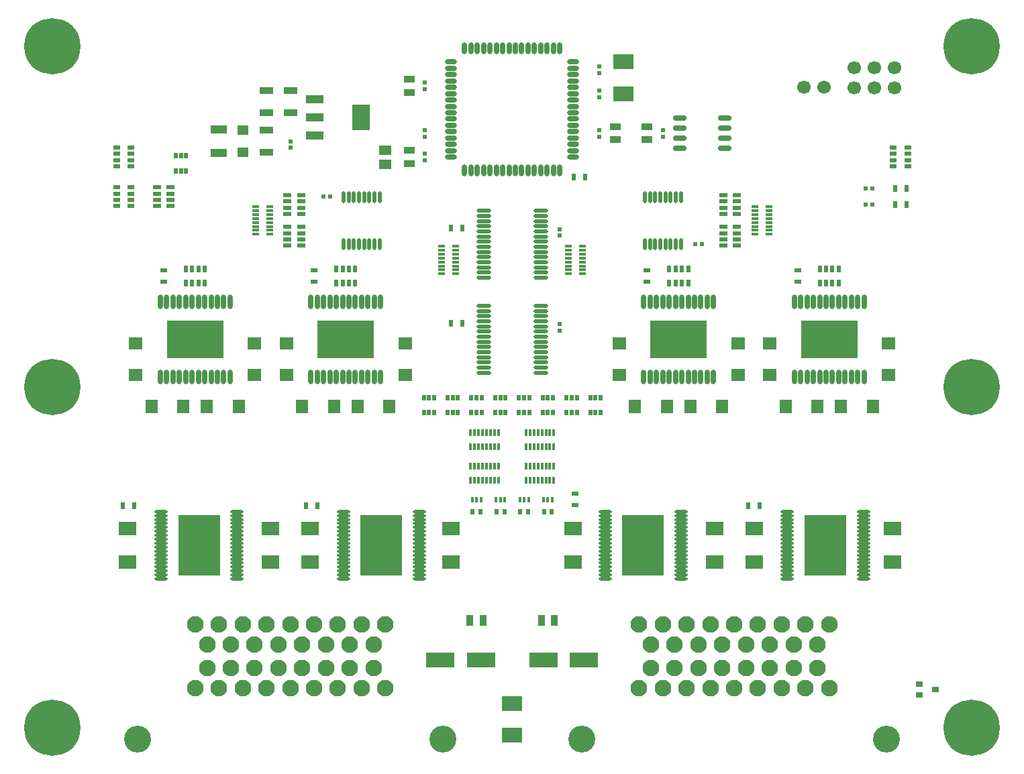
<source format=gts>
G04 Layer_Color=8388736*
%FSLAX25Y25*%
%MOIN*%
G70*
G01*
G75*
%ADD64C,0.06693*%
%ADD66C,0.02756*%
%ADD75R,0.02047X0.02756*%
%ADD76R,0.01575X0.03543*%
%ADD77R,0.04331X0.02165*%
%ADD78R,0.02165X0.03543*%
%ADD79R,0.03543X0.01968*%
%ADD80O,0.02165X0.05905*%
%ADD81R,0.03543X0.01575*%
%ADD82R,0.01968X0.03543*%
%ADD83R,0.02441X0.02441*%
%ADD84R,0.05512X0.03543*%
%ADD85R,0.13976X0.07480*%
%ADD86R,0.07087X0.03740*%
%ADD87R,0.08976X0.06772*%
%ADD88R,0.06850X0.05905*%
%ADD89R,0.05905X0.06850*%
%ADD90R,0.05709X0.05118*%
%ADD91R,0.08858X0.04331*%
%ADD92R,0.08858X0.12992*%
%ADD93O,0.05905X0.02559*%
%ADD94O,0.02559X0.05905*%
%ADD95O,0.02756X0.07283*%
%ADD96R,0.28346X0.18898*%
%ADD97O,0.06496X0.01693*%
%ADD98R,0.20866X0.29921*%
%ADD99O,0.06890X0.02953*%
%ADD100R,0.09842X0.07480*%
%ADD101O,0.07283X0.02165*%
%ADD102R,0.03543X0.05512*%
%ADD103R,0.09842X0.07283*%
%ADD104R,0.07874X0.04331*%
%ADD105R,0.03543X0.02165*%
%ADD106R,0.02441X0.02441*%
%ADD107R,0.01575X0.02953*%
%ADD108R,0.01870X0.02953*%
%ADD109R,0.03543X0.02756*%
%ADD110R,0.06181X0.04842*%
%ADD111C,0.13386*%
%ADD112C,0.08268*%
%ADD113C,0.27953*%
D64*
X410906Y345669D02*
D03*
X400906D02*
D03*
X445827Y355512D02*
D03*
X425827D02*
D03*
X435827D02*
D03*
Y345512D02*
D03*
X425827D02*
D03*
X445827D02*
D03*
D66*
X327953Y129921D02*
D03*
X323228D02*
D03*
X318504D02*
D03*
X313779D02*
D03*
X318504Y115748D02*
D03*
X323228D02*
D03*
X327953D02*
D03*
X313779D02*
D03*
Y120472D02*
D03*
X327953D02*
D03*
X323228D02*
D03*
X318504D02*
D03*
Y111024D02*
D03*
X323228D02*
D03*
X327953D02*
D03*
X313779D02*
D03*
Y106299D02*
D03*
X327953D02*
D03*
X323228D02*
D03*
X318504D02*
D03*
X313779Y125197D02*
D03*
X323228D02*
D03*
X318504D02*
D03*
X327953D02*
D03*
X107480Y125197D02*
D03*
X98032D02*
D03*
X102756D02*
D03*
X93307D02*
D03*
X107480Y129921D02*
D03*
X98032Y106299D02*
D03*
X102756D02*
D03*
X107480D02*
D03*
X93307D02*
D03*
Y111024D02*
D03*
X107480D02*
D03*
X102756D02*
D03*
X98032D02*
D03*
Y120472D02*
D03*
X102756D02*
D03*
X107480D02*
D03*
X93307D02*
D03*
Y115748D02*
D03*
X107480D02*
D03*
X102756D02*
D03*
X98032D02*
D03*
X93307Y129921D02*
D03*
X98032D02*
D03*
X102756D02*
D03*
X404331Y106299D02*
D03*
X409055Y115748D02*
D03*
X413779D02*
D03*
X418504D02*
D03*
X404331D02*
D03*
Y120472D02*
D03*
X418504D02*
D03*
X413779D02*
D03*
X409055D02*
D03*
Y111024D02*
D03*
X413779D02*
D03*
X418504D02*
D03*
X404331D02*
D03*
X418504Y106299D02*
D03*
X413779D02*
D03*
X409055D02*
D03*
Y129921D02*
D03*
X413779D02*
D03*
X418504D02*
D03*
X404331D02*
D03*
Y125197D02*
D03*
X413779D02*
D03*
X409055D02*
D03*
X418504D02*
D03*
X198031D02*
D03*
X188583D02*
D03*
X193307D02*
D03*
X183858D02*
D03*
Y129921D02*
D03*
X198031D02*
D03*
X193307D02*
D03*
X188583D02*
D03*
Y106299D02*
D03*
X193307D02*
D03*
X198031D02*
D03*
X183858D02*
D03*
Y111024D02*
D03*
X198031D02*
D03*
X193307D02*
D03*
X188583D02*
D03*
Y120472D02*
D03*
X193307D02*
D03*
X198031D02*
D03*
X183858D02*
D03*
Y115748D02*
D03*
X198031D02*
D03*
X193307D02*
D03*
X188583D02*
D03*
D75*
X299803Y184055D02*
D03*
X297244D02*
D03*
X294685D02*
D03*
Y191535D02*
D03*
X297244D02*
D03*
X299803D02*
D03*
X287992Y184055D02*
D03*
X285433D02*
D03*
X282874D02*
D03*
Y191535D02*
D03*
X285433D02*
D03*
X287992D02*
D03*
X276181Y184055D02*
D03*
X273622D02*
D03*
X271063D02*
D03*
Y191535D02*
D03*
X273622D02*
D03*
X276181D02*
D03*
X264370Y184055D02*
D03*
X261811D02*
D03*
X259252D02*
D03*
Y191535D02*
D03*
X261811D02*
D03*
X264370D02*
D03*
X252559Y184055D02*
D03*
X250000D02*
D03*
X247441D02*
D03*
Y191535D02*
D03*
X250000D02*
D03*
X252559D02*
D03*
X240748Y184055D02*
D03*
X238189D02*
D03*
X235630D02*
D03*
Y191535D02*
D03*
X238189D02*
D03*
X240748D02*
D03*
X228937Y184055D02*
D03*
X226378D02*
D03*
X223819D02*
D03*
Y191535D02*
D03*
X226378D02*
D03*
X228937D02*
D03*
X217126Y184055D02*
D03*
X214567D02*
D03*
X212008D02*
D03*
Y191535D02*
D03*
X214567D02*
D03*
X217126D02*
D03*
X93898Y311614D02*
D03*
X91339D02*
D03*
X88779D02*
D03*
Y304134D02*
D03*
X91339D02*
D03*
X93898D02*
D03*
D76*
X276575Y174016D02*
D03*
X274606D02*
D03*
X272638D02*
D03*
X270669D02*
D03*
X268701D02*
D03*
X266732D02*
D03*
X264764D02*
D03*
X262795D02*
D03*
X276575Y166929D02*
D03*
X274606D02*
D03*
X272638D02*
D03*
X270669D02*
D03*
X268701D02*
D03*
X266732D02*
D03*
X264764D02*
D03*
X262795D02*
D03*
X249016Y174016D02*
D03*
X247047D02*
D03*
X245079D02*
D03*
X243110D02*
D03*
X241142D02*
D03*
X239173D02*
D03*
X237205D02*
D03*
X235236D02*
D03*
X249016Y166929D02*
D03*
X247047D02*
D03*
X245079D02*
D03*
X243110D02*
D03*
X241142D02*
D03*
X239173D02*
D03*
X237205D02*
D03*
X235236D02*
D03*
X276575Y157480D02*
D03*
X274606D02*
D03*
X272638D02*
D03*
X270669D02*
D03*
X268701D02*
D03*
X266732D02*
D03*
X264764D02*
D03*
X262795D02*
D03*
X276575Y150394D02*
D03*
X274606D02*
D03*
X272638D02*
D03*
X270669D02*
D03*
X268701D02*
D03*
X266732D02*
D03*
X264764D02*
D03*
X262795D02*
D03*
X249016Y157480D02*
D03*
X247047D02*
D03*
X245079D02*
D03*
X243110D02*
D03*
X241142D02*
D03*
X239173D02*
D03*
X237205D02*
D03*
X235236D02*
D03*
X249016Y150394D02*
D03*
X247047D02*
D03*
X245079D02*
D03*
X243110D02*
D03*
X241142D02*
D03*
X239173D02*
D03*
X237205D02*
D03*
X235236D02*
D03*
D77*
X367520Y266929D02*
D03*
Y270079D02*
D03*
Y273228D02*
D03*
Y276378D02*
D03*
X360827Y266929D02*
D03*
Y270079D02*
D03*
Y273228D02*
D03*
Y276378D02*
D03*
X360827Y292126D02*
D03*
Y288976D02*
D03*
Y285827D02*
D03*
Y282677D02*
D03*
X367520Y292126D02*
D03*
Y288976D02*
D03*
Y285827D02*
D03*
Y282677D02*
D03*
X150984D02*
D03*
Y285827D02*
D03*
Y288976D02*
D03*
Y292126D02*
D03*
X144291Y282677D02*
D03*
Y285827D02*
D03*
Y288976D02*
D03*
Y292126D02*
D03*
X150984Y266929D02*
D03*
Y270079D02*
D03*
Y273228D02*
D03*
Y276378D02*
D03*
X144291Y266929D02*
D03*
Y270079D02*
D03*
Y273228D02*
D03*
Y276378D02*
D03*
X79331Y296063D02*
D03*
Y292913D02*
D03*
Y289764D02*
D03*
Y286614D02*
D03*
X86024Y296063D02*
D03*
Y292913D02*
D03*
Y289764D02*
D03*
Y286614D02*
D03*
D78*
X451673Y287402D02*
D03*
X445965D02*
D03*
X451673Y295276D02*
D03*
X445965D02*
D03*
X378740Y137795D02*
D03*
X373031D02*
D03*
X159153D02*
D03*
X153445D02*
D03*
X68209D02*
D03*
X62500D02*
D03*
X286516Y301181D02*
D03*
X292224D02*
D03*
X231201Y228346D02*
D03*
X225492D02*
D03*
X231201Y275590D02*
D03*
X225492D02*
D03*
D79*
X445276Y315748D02*
D03*
Y312598D02*
D03*
Y309449D02*
D03*
Y306299D02*
D03*
X452362Y315748D02*
D03*
Y312598D02*
D03*
Y309449D02*
D03*
Y306299D02*
D03*
X66535D02*
D03*
Y309449D02*
D03*
Y312598D02*
D03*
Y315748D02*
D03*
X59449Y306299D02*
D03*
Y309449D02*
D03*
Y312598D02*
D03*
Y315748D02*
D03*
X66535Y286614D02*
D03*
Y289764D02*
D03*
Y292913D02*
D03*
Y296063D02*
D03*
X59449Y286614D02*
D03*
Y289764D02*
D03*
Y292913D02*
D03*
Y296063D02*
D03*
D80*
X339665Y291142D02*
D03*
X337106D02*
D03*
X334547D02*
D03*
X331988D02*
D03*
X329429D02*
D03*
X326870D02*
D03*
X324311D02*
D03*
X321752D02*
D03*
X339665Y267913D02*
D03*
X337106D02*
D03*
X334547D02*
D03*
X331988D02*
D03*
X329429D02*
D03*
X326870D02*
D03*
X324311D02*
D03*
X321752D02*
D03*
X172146Y267913D02*
D03*
X174705D02*
D03*
X177264D02*
D03*
X179823D02*
D03*
X182382D02*
D03*
X184941D02*
D03*
X187500D02*
D03*
X190059D02*
D03*
X172146Y291142D02*
D03*
X174705D02*
D03*
X177264D02*
D03*
X179823D02*
D03*
X182382D02*
D03*
X184941D02*
D03*
X187500D02*
D03*
X190059D02*
D03*
D81*
X383465Y272638D02*
D03*
Y274606D02*
D03*
Y276575D02*
D03*
Y278543D02*
D03*
Y280512D02*
D03*
Y282480D02*
D03*
Y284449D02*
D03*
Y286417D02*
D03*
X376378Y272638D02*
D03*
Y274606D02*
D03*
Y276575D02*
D03*
Y278543D02*
D03*
Y280512D02*
D03*
Y282480D02*
D03*
Y284449D02*
D03*
Y286417D02*
D03*
X128347Y286417D02*
D03*
Y284449D02*
D03*
Y282480D02*
D03*
Y280512D02*
D03*
Y278543D02*
D03*
Y276575D02*
D03*
Y274606D02*
D03*
Y272638D02*
D03*
X135433Y286417D02*
D03*
Y284449D02*
D03*
Y282480D02*
D03*
Y280512D02*
D03*
Y278543D02*
D03*
Y276575D02*
D03*
Y274606D02*
D03*
Y272638D02*
D03*
X227953Y252953D02*
D03*
Y254921D02*
D03*
Y256890D02*
D03*
Y258858D02*
D03*
Y260827D02*
D03*
Y262795D02*
D03*
Y264764D02*
D03*
Y266732D02*
D03*
X220866Y252953D02*
D03*
Y254921D02*
D03*
Y256890D02*
D03*
Y258858D02*
D03*
Y260827D02*
D03*
Y262795D02*
D03*
Y264764D02*
D03*
Y266732D02*
D03*
X283858D02*
D03*
Y264764D02*
D03*
Y262795D02*
D03*
Y260827D02*
D03*
Y258858D02*
D03*
Y256890D02*
D03*
Y254921D02*
D03*
Y252953D02*
D03*
X290945Y266732D02*
D03*
Y264764D02*
D03*
Y262795D02*
D03*
Y260827D02*
D03*
Y258858D02*
D03*
Y256890D02*
D03*
Y254921D02*
D03*
Y252953D02*
D03*
D82*
X418110Y255512D02*
D03*
X414961D02*
D03*
X411811D02*
D03*
X408661D02*
D03*
X418110Y248425D02*
D03*
X414961D02*
D03*
X411811D02*
D03*
X408661D02*
D03*
X177953Y255512D02*
D03*
X174803D02*
D03*
X171653D02*
D03*
X168504D02*
D03*
X177953Y248425D02*
D03*
X174803D02*
D03*
X171653D02*
D03*
X168504D02*
D03*
X343307Y255512D02*
D03*
X340158D02*
D03*
X337008D02*
D03*
X333858D02*
D03*
X343307Y248425D02*
D03*
X340158D02*
D03*
X337008D02*
D03*
X333858D02*
D03*
X103150Y255512D02*
D03*
X100000D02*
D03*
X96850D02*
D03*
X93701D02*
D03*
X103150Y248425D02*
D03*
X100000D02*
D03*
X96850D02*
D03*
X93701D02*
D03*
D83*
X212598Y321220D02*
D03*
Y324449D02*
D03*
Y309409D02*
D03*
Y312638D02*
D03*
X299213Y321220D02*
D03*
Y324449D02*
D03*
X212598Y348071D02*
D03*
Y344843D02*
D03*
X299213Y340906D02*
D03*
Y344134D02*
D03*
Y355945D02*
D03*
Y352717D02*
D03*
X330709Y321221D02*
D03*
Y324449D02*
D03*
X145669Y318898D02*
D03*
Y315669D02*
D03*
X279528Y224764D02*
D03*
Y227992D02*
D03*
Y272008D02*
D03*
Y275236D02*
D03*
D84*
X204724Y314272D02*
D03*
Y307776D02*
D03*
X307087Y326083D02*
D03*
Y319587D02*
D03*
X204724Y343209D02*
D03*
Y349705D02*
D03*
X322835Y326083D02*
D03*
Y319586D02*
D03*
D85*
X220276Y61024D02*
D03*
X240354D02*
D03*
X271457D02*
D03*
X291535D02*
D03*
D86*
X145669Y344193D02*
D03*
Y332972D02*
D03*
X133858Y313287D02*
D03*
Y324508D02*
D03*
X133858Y344193D02*
D03*
Y332972D02*
D03*
D87*
X356299Y126417D02*
D03*
Y109803D02*
D03*
X135827Y126417D02*
D03*
Y109803D02*
D03*
X286221Y126417D02*
D03*
Y109803D02*
D03*
X64961Y126417D02*
D03*
Y109803D02*
D03*
X444882Y126417D02*
D03*
Y109803D02*
D03*
X225590Y126417D02*
D03*
Y109803D02*
D03*
X375984Y126417D02*
D03*
Y109803D02*
D03*
X155512Y126417D02*
D03*
Y109803D02*
D03*
D88*
X127953Y202697D02*
D03*
Y218563D02*
D03*
X368110Y202697D02*
D03*
Y218563D02*
D03*
X68898Y202697D02*
D03*
Y218563D02*
D03*
X309055Y202697D02*
D03*
Y218563D02*
D03*
X202756Y202697D02*
D03*
Y218563D02*
D03*
X442913Y202697D02*
D03*
Y218563D02*
D03*
X143701Y202697D02*
D03*
Y218563D02*
D03*
X383858Y202697D02*
D03*
Y218563D02*
D03*
D89*
X104272Y187008D02*
D03*
X120138D02*
D03*
X344429Y187008D02*
D03*
X360295D02*
D03*
X92579Y187008D02*
D03*
X76713D02*
D03*
X332736Y187008D02*
D03*
X316870D02*
D03*
X179075Y187008D02*
D03*
X194941D02*
D03*
X419232Y187008D02*
D03*
X435098D02*
D03*
X167382Y187008D02*
D03*
X151516D02*
D03*
X407539Y187008D02*
D03*
X391673D02*
D03*
D90*
X122047Y324409D02*
D03*
Y313386D02*
D03*
D91*
X157776Y339764D02*
D03*
Y330709D02*
D03*
Y321654D02*
D03*
D92*
X180807Y330709D02*
D03*
D93*
X225591Y311024D02*
D03*
Y314173D02*
D03*
Y317323D02*
D03*
Y320472D02*
D03*
Y323622D02*
D03*
Y326772D02*
D03*
Y329921D02*
D03*
Y333071D02*
D03*
Y336220D02*
D03*
Y339370D02*
D03*
Y342520D02*
D03*
Y345669D02*
D03*
Y348819D02*
D03*
Y351969D02*
D03*
Y355118D02*
D03*
Y358268D02*
D03*
X286220D02*
D03*
Y355118D02*
D03*
Y351969D02*
D03*
Y348819D02*
D03*
Y345669D02*
D03*
Y342520D02*
D03*
Y339370D02*
D03*
Y336220D02*
D03*
Y333071D02*
D03*
Y329921D02*
D03*
Y326772D02*
D03*
Y323622D02*
D03*
Y320472D02*
D03*
Y317323D02*
D03*
Y314173D02*
D03*
Y311024D02*
D03*
D94*
X232283Y364961D02*
D03*
X235433D02*
D03*
X238583D02*
D03*
X241732D02*
D03*
X244882D02*
D03*
X248031D02*
D03*
X251181D02*
D03*
X254331D02*
D03*
X257480D02*
D03*
X260630D02*
D03*
X263780D02*
D03*
X266929D02*
D03*
X270079D02*
D03*
X273228D02*
D03*
X276378D02*
D03*
X279528D02*
D03*
Y304331D02*
D03*
X276378D02*
D03*
X273228D02*
D03*
X270079D02*
D03*
X266929D02*
D03*
X263780D02*
D03*
X260630D02*
D03*
X257480D02*
D03*
X254331D02*
D03*
X251181D02*
D03*
X248031D02*
D03*
X244882D02*
D03*
X241732D02*
D03*
X238583D02*
D03*
X235433D02*
D03*
X232283D02*
D03*
D95*
X115748Y239075D02*
D03*
X112598D02*
D03*
X109449D02*
D03*
X106299D02*
D03*
X103150D02*
D03*
X100000D02*
D03*
X96850D02*
D03*
X93701D02*
D03*
X90551D02*
D03*
X87402D02*
D03*
X84252D02*
D03*
X81102D02*
D03*
X115748Y201870D02*
D03*
X112598D02*
D03*
X109449D02*
D03*
X106299D02*
D03*
X103150D02*
D03*
X100000D02*
D03*
X96850D02*
D03*
X93701D02*
D03*
X90551D02*
D03*
X87402D02*
D03*
X84252D02*
D03*
X81102D02*
D03*
X155905Y201870D02*
D03*
X159055D02*
D03*
X162205D02*
D03*
X165354D02*
D03*
X168504D02*
D03*
X171653D02*
D03*
X174803D02*
D03*
X177953D02*
D03*
X181102D02*
D03*
X184252D02*
D03*
X187401D02*
D03*
X190551D02*
D03*
X155905Y239075D02*
D03*
X159055D02*
D03*
X162205D02*
D03*
X165354D02*
D03*
X168504D02*
D03*
X171653D02*
D03*
X174803D02*
D03*
X177953D02*
D03*
X181102D02*
D03*
X184252D02*
D03*
X187401D02*
D03*
X190551D02*
D03*
X355906D02*
D03*
X352756D02*
D03*
X349606D02*
D03*
X346457D02*
D03*
X343307D02*
D03*
X340158D02*
D03*
X337008D02*
D03*
X333858D02*
D03*
X330709D02*
D03*
X327559D02*
D03*
X324410D02*
D03*
X321260D02*
D03*
X355906Y201870D02*
D03*
X352756D02*
D03*
X349606D02*
D03*
X346457D02*
D03*
X343307D02*
D03*
X340158D02*
D03*
X337008D02*
D03*
X333858D02*
D03*
X330709D02*
D03*
X327559D02*
D03*
X324410D02*
D03*
X321260D02*
D03*
X396063Y201870D02*
D03*
X399213D02*
D03*
X402362D02*
D03*
X405512D02*
D03*
X408661D02*
D03*
X411811D02*
D03*
X414961D02*
D03*
X418110D02*
D03*
X421260D02*
D03*
X424409D02*
D03*
X427559D02*
D03*
X430709D02*
D03*
X396063Y239075D02*
D03*
X399213D02*
D03*
X402362D02*
D03*
X405512D02*
D03*
X408661D02*
D03*
X411811D02*
D03*
X414961D02*
D03*
X418110D02*
D03*
X421260D02*
D03*
X424409D02*
D03*
X427559D02*
D03*
X430709D02*
D03*
D96*
X98425Y220472D02*
D03*
X173228Y220472D02*
D03*
X338583D02*
D03*
X413386Y220472D02*
D03*
D97*
X339764Y101378D02*
D03*
Y103347D02*
D03*
Y105315D02*
D03*
Y107284D02*
D03*
Y109252D02*
D03*
Y111221D02*
D03*
Y113189D02*
D03*
Y115158D02*
D03*
Y117126D02*
D03*
Y119095D02*
D03*
Y121063D02*
D03*
Y123032D02*
D03*
Y125000D02*
D03*
Y126969D02*
D03*
Y128937D02*
D03*
Y130906D02*
D03*
Y132874D02*
D03*
Y134843D02*
D03*
X301969Y101378D02*
D03*
Y103347D02*
D03*
Y105315D02*
D03*
Y107284D02*
D03*
Y109252D02*
D03*
Y111221D02*
D03*
Y113189D02*
D03*
Y115158D02*
D03*
Y117126D02*
D03*
Y119095D02*
D03*
Y121063D02*
D03*
Y123032D02*
D03*
Y125000D02*
D03*
Y126969D02*
D03*
Y128937D02*
D03*
Y130906D02*
D03*
Y132874D02*
D03*
Y134843D02*
D03*
X81496Y134843D02*
D03*
Y132874D02*
D03*
Y130905D02*
D03*
Y128937D02*
D03*
Y126969D02*
D03*
Y125000D02*
D03*
Y123031D02*
D03*
Y121063D02*
D03*
Y119095D02*
D03*
Y117126D02*
D03*
Y115157D02*
D03*
Y113189D02*
D03*
Y111221D02*
D03*
Y109252D02*
D03*
Y107283D02*
D03*
Y105315D02*
D03*
Y103347D02*
D03*
Y101378D02*
D03*
X119291Y134843D02*
D03*
Y132874D02*
D03*
Y130905D02*
D03*
Y128937D02*
D03*
Y126969D02*
D03*
Y125000D02*
D03*
Y123031D02*
D03*
Y121063D02*
D03*
Y119095D02*
D03*
Y117126D02*
D03*
Y115157D02*
D03*
Y113189D02*
D03*
Y111221D02*
D03*
Y109252D02*
D03*
Y107283D02*
D03*
Y105315D02*
D03*
Y103347D02*
D03*
Y101378D02*
D03*
X430315D02*
D03*
Y103347D02*
D03*
Y105315D02*
D03*
Y107283D02*
D03*
Y109252D02*
D03*
Y111221D02*
D03*
Y113189D02*
D03*
Y115157D02*
D03*
Y117126D02*
D03*
Y119095D02*
D03*
Y121063D02*
D03*
Y123031D02*
D03*
Y125000D02*
D03*
Y126969D02*
D03*
Y128937D02*
D03*
Y130905D02*
D03*
Y132874D02*
D03*
Y134843D02*
D03*
X392520Y101378D02*
D03*
Y103347D02*
D03*
Y105315D02*
D03*
Y107283D02*
D03*
Y109252D02*
D03*
Y111221D02*
D03*
Y113189D02*
D03*
Y115157D02*
D03*
Y117126D02*
D03*
Y119095D02*
D03*
Y121063D02*
D03*
Y123031D02*
D03*
Y125000D02*
D03*
Y126969D02*
D03*
Y128937D02*
D03*
Y130905D02*
D03*
Y132874D02*
D03*
Y134843D02*
D03*
X172047D02*
D03*
Y132874D02*
D03*
Y130905D02*
D03*
Y128937D02*
D03*
Y126969D02*
D03*
Y125000D02*
D03*
Y123031D02*
D03*
Y121063D02*
D03*
Y119095D02*
D03*
Y117126D02*
D03*
Y115157D02*
D03*
Y113189D02*
D03*
Y111221D02*
D03*
Y109252D02*
D03*
Y107283D02*
D03*
Y105315D02*
D03*
Y103347D02*
D03*
Y101378D02*
D03*
X209842Y134843D02*
D03*
Y132874D02*
D03*
Y130905D02*
D03*
Y128937D02*
D03*
Y126969D02*
D03*
Y125000D02*
D03*
Y123031D02*
D03*
Y121063D02*
D03*
Y119095D02*
D03*
Y117126D02*
D03*
Y115157D02*
D03*
Y113189D02*
D03*
Y111221D02*
D03*
Y109252D02*
D03*
Y107283D02*
D03*
Y105315D02*
D03*
Y103347D02*
D03*
Y101378D02*
D03*
D98*
X320866Y118110D02*
D03*
X100394Y118110D02*
D03*
X411417D02*
D03*
X190945D02*
D03*
D99*
X339272Y330335D02*
D03*
Y325335D02*
D03*
Y320335D02*
D03*
Y315335D02*
D03*
X361516Y330335D02*
D03*
Y325335D02*
D03*
Y320335D02*
D03*
Y315335D02*
D03*
D100*
X311024Y342520D02*
D03*
Y358268D02*
D03*
D101*
X270079Y203838D02*
D03*
Y206398D02*
D03*
Y208957D02*
D03*
Y211516D02*
D03*
Y214075D02*
D03*
Y216634D02*
D03*
Y219193D02*
D03*
Y221752D02*
D03*
Y224311D02*
D03*
Y226870D02*
D03*
Y229429D02*
D03*
Y231988D02*
D03*
Y234547D02*
D03*
Y237106D02*
D03*
X241732Y203838D02*
D03*
Y206398D02*
D03*
Y208957D02*
D03*
Y211516D02*
D03*
Y214075D02*
D03*
Y216634D02*
D03*
Y219193D02*
D03*
Y221752D02*
D03*
Y224311D02*
D03*
Y226870D02*
D03*
Y229429D02*
D03*
Y231988D02*
D03*
Y234547D02*
D03*
Y237106D02*
D03*
X270079Y251083D02*
D03*
Y253642D02*
D03*
Y256201D02*
D03*
Y258760D02*
D03*
Y261319D02*
D03*
Y263878D02*
D03*
Y266437D02*
D03*
Y268996D02*
D03*
Y271555D02*
D03*
Y274114D02*
D03*
Y276673D02*
D03*
Y279232D02*
D03*
Y281791D02*
D03*
Y284350D02*
D03*
X241732Y251083D02*
D03*
Y253642D02*
D03*
Y256201D02*
D03*
Y258760D02*
D03*
Y261319D02*
D03*
Y263878D02*
D03*
Y266437D02*
D03*
Y268996D02*
D03*
Y271555D02*
D03*
Y274114D02*
D03*
Y276673D02*
D03*
Y279232D02*
D03*
Y281791D02*
D03*
Y284350D02*
D03*
D102*
X234941Y80709D02*
D03*
X241437D02*
D03*
X276870Y80709D02*
D03*
X270374D02*
D03*
D103*
X255906Y39351D02*
D03*
Y23642D02*
D03*
D104*
X110236Y312992D02*
D03*
Y324803D02*
D03*
D105*
X287008Y138091D02*
D03*
Y143799D02*
D03*
X82677Y249114D02*
D03*
Y254823D02*
D03*
X322835Y249114D02*
D03*
Y254823D02*
D03*
X157480Y249114D02*
D03*
Y254823D02*
D03*
X397638Y249114D02*
D03*
Y254823D02*
D03*
D106*
X165354Y291339D02*
D03*
X162126D02*
D03*
X346811Y267717D02*
D03*
X350039D02*
D03*
X434685Y295276D02*
D03*
X431457D02*
D03*
X434685Y287402D02*
D03*
X431457D02*
D03*
D107*
X240354Y140748D02*
D03*
X238189D02*
D03*
X236024D02*
D03*
X247835D02*
D03*
X250000D02*
D03*
X252165D02*
D03*
X263976Y140748D02*
D03*
X261811D02*
D03*
X259646D02*
D03*
X271457D02*
D03*
X273622D02*
D03*
X275787D02*
D03*
D108*
X236221Y134843D02*
D03*
X240158D02*
D03*
X251969D02*
D03*
X248031D02*
D03*
X259842Y134843D02*
D03*
X263779D02*
D03*
X275591D02*
D03*
X271654D02*
D03*
D109*
X466142Y46457D02*
D03*
X458268Y43898D02*
D03*
Y49016D02*
D03*
D110*
X192913Y314508D02*
D03*
Y307539D02*
D03*
D111*
X221457Y21654D02*
D03*
X69882D02*
D03*
X441929D02*
D03*
X290354D02*
D03*
D112*
X145669Y47244D02*
D03*
X133858D02*
D03*
X157480D02*
D03*
X122047D02*
D03*
X169291D02*
D03*
X181102D02*
D03*
X110236D02*
D03*
X192913D02*
D03*
X98425D02*
D03*
X139764Y57087D02*
D03*
X151575D02*
D03*
X163386D02*
D03*
X175197D02*
D03*
X187008D02*
D03*
X127953D02*
D03*
X116142D02*
D03*
X104331D02*
D03*
Y68898D02*
D03*
X116142D02*
D03*
X127953D02*
D03*
X187008D02*
D03*
X175197D02*
D03*
X163386D02*
D03*
X151575D02*
D03*
X139764D02*
D03*
X98425Y78740D02*
D03*
X192913D02*
D03*
X110236D02*
D03*
X181102D02*
D03*
X169291D02*
D03*
X122047D02*
D03*
X157480D02*
D03*
X133858D02*
D03*
X145669D02*
D03*
X366142Y47244D02*
D03*
X354331D02*
D03*
X377953D02*
D03*
X342520D02*
D03*
X389764D02*
D03*
X401575D02*
D03*
X330709D02*
D03*
X413386D02*
D03*
X318898D02*
D03*
X360236Y57087D02*
D03*
X372047D02*
D03*
X383858D02*
D03*
X395669D02*
D03*
X407480D02*
D03*
X348425D02*
D03*
X336614D02*
D03*
X324803D02*
D03*
Y68898D02*
D03*
X336614D02*
D03*
X348425D02*
D03*
X407480D02*
D03*
X395669D02*
D03*
X383858D02*
D03*
X372047D02*
D03*
X360236D02*
D03*
X318898Y78740D02*
D03*
X413386D02*
D03*
X330709D02*
D03*
X401575D02*
D03*
X389764D02*
D03*
X342520D02*
D03*
X377953D02*
D03*
X354331D02*
D03*
X366142D02*
D03*
D113*
X27559Y27559D02*
D03*
Y366142D02*
D03*
X484252D02*
D03*
Y27559D02*
D03*
X27559Y196850D02*
D03*
X484252D02*
D03*
M02*

</source>
